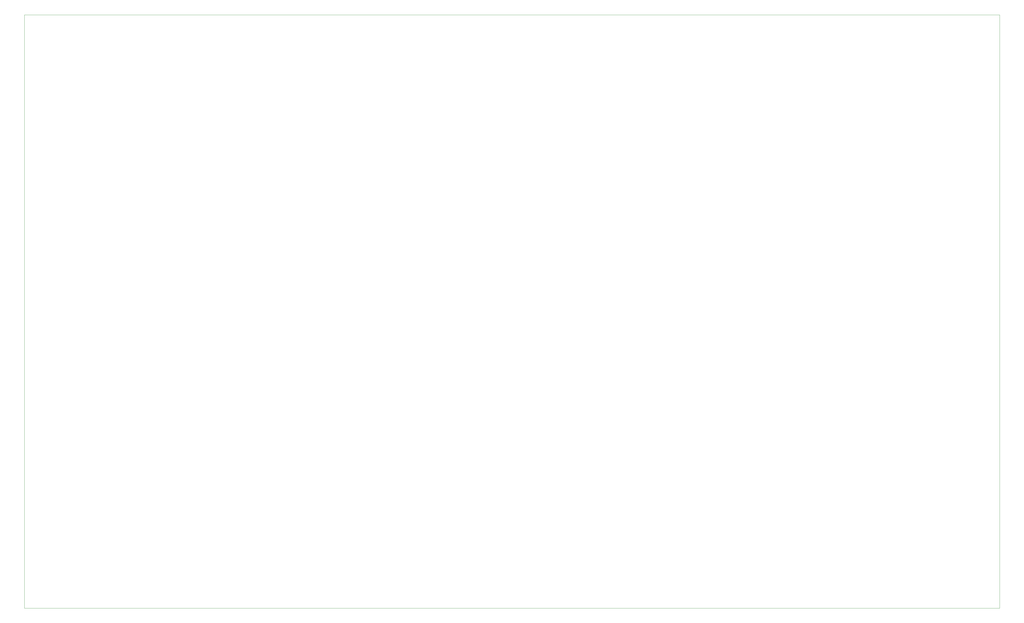
<source format=gbr>
G04 #@! TF.GenerationSoftware,KiCad,Pcbnew,6.0.0-d3dd2cf0fa~116~ubuntu21.10.1*
G04 #@! TF.CreationDate,2022-01-15T20:47:48-06:00*
G04 #@! TF.ProjectId,applebrd,6170706c-6562-4726-942e-6b696361645f,rev?*
G04 #@! TF.SameCoordinates,Original*
G04 #@! TF.FileFunction,Profile,NP*
%FSLAX46Y46*%
G04 Gerber Fmt 4.6, Leading zero omitted, Abs format (unit mm)*
G04 Created by KiCad (PCBNEW 6.0.0-d3dd2cf0fa~116~ubuntu21.10.1) date 2022-01-15 20:47:48*
%MOMM*%
%LPD*%
G01*
G04 APERTURE LIST*
G04 #@! TA.AperFunction,Profile*
%ADD10C,0.050000*%
G04 #@! TD*
G04 APERTURE END LIST*
D10*
X406600000Y-368900000D02*
X50800000Y-368900000D01*
X406600000Y-152273000D02*
X406600000Y-368900000D01*
X50800000Y-368900000D02*
X50800000Y-152273000D01*
X50800000Y-152273000D02*
X406600000Y-152273000D01*
M02*

</source>
